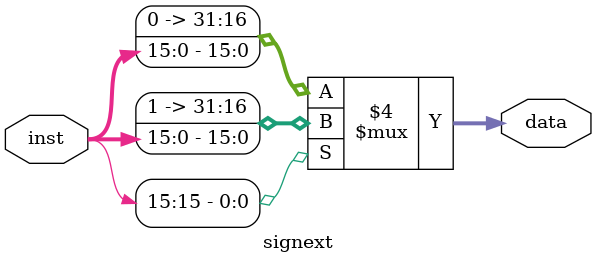
<source format=v>

`timescale 1ns/1ns

module signext(inst,data);

input wire [15:0] inst;
output reg [31:0] data;

always@(*)	begin
if(inst[15] == 1)	data = {16'b1111_1111_1111_1111,inst};
else			data = {16'b0,inst};
end

endmodule

	

</source>
